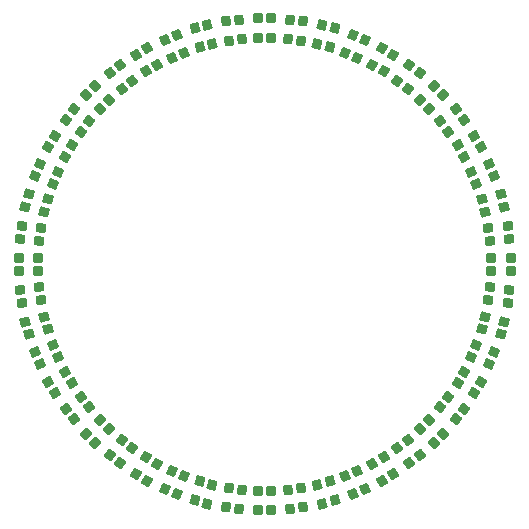
<source format=gtp>
G04*
G04 #@! TF.GenerationSoftware,Altium Limited,Altium Designer,21.9.2 (33)*
G04*
G04 Layer_Color=8421504*
%FSLAX25Y25*%
%MOIN*%
G70*
G04*
G04 #@! TF.SameCoordinates,A2EF98D1-1A14-4516-B8CD-8696FD8A9C0B*
G04*
G04*
G04 #@! TF.FilePolarity,Positive*
G04*
G01*
G75*
G04:AMPARAMS|DCode=12|XSize=33.47mil|YSize=31.5mil|CornerRadius=3.94mil|HoleSize=0mil|Usage=FLASHONLY|Rotation=270.000|XOffset=0mil|YOffset=0mil|HoleType=Round|Shape=RoundedRectangle|*
%AMROUNDEDRECTD12*
21,1,0.03347,0.02362,0,0,270.0*
21,1,0.02559,0.03150,0,0,270.0*
1,1,0.00787,-0.01181,-0.01280*
1,1,0.00787,-0.01181,0.01280*
1,1,0.00787,0.01181,0.01280*
1,1,0.00787,0.01181,-0.01280*
%
%ADD12ROUNDEDRECTD12*%
G04:AMPARAMS|DCode=13|XSize=33.47mil|YSize=31.5mil|CornerRadius=3.94mil|HoleSize=0mil|Usage=FLASHONLY|Rotation=292.500|XOffset=0mil|YOffset=0mil|HoleType=Round|Shape=RoundedRectangle|*
%AMROUNDEDRECTD13*
21,1,0.03347,0.02362,0,0,292.5*
21,1,0.02559,0.03150,0,0,292.5*
1,1,0.00787,-0.00602,-0.01634*
1,1,0.00787,-0.01581,0.00730*
1,1,0.00787,0.00602,0.01634*
1,1,0.00787,0.01581,-0.00730*
%
%ADD13ROUNDEDRECTD13*%
G04:AMPARAMS|DCode=14|XSize=33.47mil|YSize=31.5mil|CornerRadius=3.94mil|HoleSize=0mil|Usage=FLASHONLY|Rotation=300.000|XOffset=0mil|YOffset=0mil|HoleType=Round|Shape=RoundedRectangle|*
%AMROUNDEDRECTD14*
21,1,0.03347,0.02362,0,0,300.0*
21,1,0.02559,0.03150,0,0,300.0*
1,1,0.00787,-0.00383,-0.01699*
1,1,0.00787,-0.01663,0.00518*
1,1,0.00787,0.00383,0.01699*
1,1,0.00787,0.01663,-0.00518*
%
%ADD14ROUNDEDRECTD14*%
G04:AMPARAMS|DCode=15|XSize=33.47mil|YSize=31.5mil|CornerRadius=3.94mil|HoleSize=0mil|Usage=FLASHONLY|Rotation=307.500|XOffset=0mil|YOffset=0mil|HoleType=Round|Shape=RoundedRectangle|*
%AMROUNDEDRECTD15*
21,1,0.03347,0.02362,0,0,307.5*
21,1,0.02559,0.03150,0,0,307.5*
1,1,0.00787,-0.00158,-0.01734*
1,1,0.00787,-0.01716,0.00296*
1,1,0.00787,0.00158,0.01734*
1,1,0.00787,0.01716,-0.00296*
%
%ADD15ROUNDEDRECTD15*%
G04:AMPARAMS|DCode=16|XSize=33.47mil|YSize=31.5mil|CornerRadius=3.94mil|HoleSize=0mil|Usage=FLASHONLY|Rotation=315.000|XOffset=0mil|YOffset=0mil|HoleType=Round|Shape=RoundedRectangle|*
%AMROUNDEDRECTD16*
21,1,0.03347,0.02362,0,0,315.0*
21,1,0.02559,0.03150,0,0,315.0*
1,1,0.00787,0.00070,-0.01740*
1,1,0.00787,-0.01740,0.00070*
1,1,0.00787,-0.00070,0.01740*
1,1,0.00787,0.01740,-0.00070*
%
%ADD16ROUNDEDRECTD16*%
G04:AMPARAMS|DCode=17|XSize=33.47mil|YSize=31.5mil|CornerRadius=3.94mil|HoleSize=0mil|Usage=FLASHONLY|Rotation=322.500|XOffset=0mil|YOffset=0mil|HoleType=Round|Shape=RoundedRectangle|*
%AMROUNDEDRECTD17*
21,1,0.03347,0.02362,0,0,322.5*
21,1,0.02559,0.03150,0,0,322.5*
1,1,0.00787,0.00296,-0.01716*
1,1,0.00787,-0.01734,-0.00158*
1,1,0.00787,-0.00296,0.01716*
1,1,0.00787,0.01734,0.00158*
%
%ADD17ROUNDEDRECTD17*%
G04:AMPARAMS|DCode=18|XSize=33.47mil|YSize=31.5mil|CornerRadius=3.94mil|HoleSize=0mil|Usage=FLASHONLY|Rotation=330.000|XOffset=0mil|YOffset=0mil|HoleType=Round|Shape=RoundedRectangle|*
%AMROUNDEDRECTD18*
21,1,0.03347,0.02362,0,0,330.0*
21,1,0.02559,0.03150,0,0,330.0*
1,1,0.00787,0.00518,-0.01663*
1,1,0.00787,-0.01699,-0.00383*
1,1,0.00787,-0.00518,0.01663*
1,1,0.00787,0.01699,0.00383*
%
%ADD18ROUNDEDRECTD18*%
G04:AMPARAMS|DCode=19|XSize=33.47mil|YSize=31.5mil|CornerRadius=3.94mil|HoleSize=0mil|Usage=FLASHONLY|Rotation=337.500|XOffset=0mil|YOffset=0mil|HoleType=Round|Shape=RoundedRectangle|*
%AMROUNDEDRECTD19*
21,1,0.03347,0.02362,0,0,337.5*
21,1,0.02559,0.03150,0,0,337.5*
1,1,0.00787,0.00730,-0.01581*
1,1,0.00787,-0.01634,-0.00602*
1,1,0.00787,-0.00730,0.01581*
1,1,0.00787,0.01634,0.00602*
%
%ADD19ROUNDEDRECTD19*%
G04:AMPARAMS|DCode=20|XSize=33.47mil|YSize=31.5mil|CornerRadius=3.94mil|HoleSize=0mil|Usage=FLASHONLY|Rotation=345.000|XOffset=0mil|YOffset=0mil|HoleType=Round|Shape=RoundedRectangle|*
%AMROUNDEDRECTD20*
21,1,0.03347,0.02362,0,0,345.0*
21,1,0.02559,0.03150,0,0,345.0*
1,1,0.00787,0.00930,-0.01472*
1,1,0.00787,-0.01542,-0.00810*
1,1,0.00787,-0.00930,0.01472*
1,1,0.00787,0.01542,0.00810*
%
%ADD20ROUNDEDRECTD20*%
G04:AMPARAMS|DCode=21|XSize=33.47mil|YSize=31.5mil|CornerRadius=3.94mil|HoleSize=0mil|Usage=FLASHONLY|Rotation=352.500|XOffset=0mil|YOffset=0mil|HoleType=Round|Shape=RoundedRectangle|*
%AMROUNDEDRECTD21*
21,1,0.03347,0.02362,0,0,352.5*
21,1,0.02559,0.03150,0,0,352.5*
1,1,0.00787,0.01114,-0.01338*
1,1,0.00787,-0.01423,-0.01004*
1,1,0.00787,-0.01114,0.01338*
1,1,0.00787,0.01423,0.01004*
%
%ADD21ROUNDEDRECTD21*%
G04:AMPARAMS|DCode=22|XSize=33.47mil|YSize=31.5mil|CornerRadius=3.94mil|HoleSize=0mil|Usage=FLASHONLY|Rotation=0.000|XOffset=0mil|YOffset=0mil|HoleType=Round|Shape=RoundedRectangle|*
%AMROUNDEDRECTD22*
21,1,0.03347,0.02362,0,0,0.0*
21,1,0.02559,0.03150,0,0,0.0*
1,1,0.00787,0.01280,-0.01181*
1,1,0.00787,-0.01280,-0.01181*
1,1,0.00787,-0.01280,0.01181*
1,1,0.00787,0.01280,0.01181*
%
%ADD22ROUNDEDRECTD22*%
G04:AMPARAMS|DCode=23|XSize=33.47mil|YSize=31.5mil|CornerRadius=3.94mil|HoleSize=0mil|Usage=FLASHONLY|Rotation=7.500|XOffset=0mil|YOffset=0mil|HoleType=Round|Shape=RoundedRectangle|*
%AMROUNDEDRECTD23*
21,1,0.03347,0.02362,0,0,7.5*
21,1,0.02559,0.03150,0,0,7.5*
1,1,0.00787,0.01423,-0.01004*
1,1,0.00787,-0.01114,-0.01338*
1,1,0.00787,-0.01423,0.01004*
1,1,0.00787,0.01114,0.01338*
%
%ADD23ROUNDEDRECTD23*%
G04:AMPARAMS|DCode=24|XSize=33.47mil|YSize=31.5mil|CornerRadius=3.94mil|HoleSize=0mil|Usage=FLASHONLY|Rotation=15.000|XOffset=0mil|YOffset=0mil|HoleType=Round|Shape=RoundedRectangle|*
%AMROUNDEDRECTD24*
21,1,0.03347,0.02362,0,0,15.0*
21,1,0.02559,0.03150,0,0,15.0*
1,1,0.00787,0.01542,-0.00810*
1,1,0.00787,-0.00930,-0.01472*
1,1,0.00787,-0.01542,0.00810*
1,1,0.00787,0.00930,0.01472*
%
%ADD24ROUNDEDRECTD24*%
G04:AMPARAMS|DCode=25|XSize=33.47mil|YSize=31.5mil|CornerRadius=3.94mil|HoleSize=0mil|Usage=FLASHONLY|Rotation=22.500|XOffset=0mil|YOffset=0mil|HoleType=Round|Shape=RoundedRectangle|*
%AMROUNDEDRECTD25*
21,1,0.03347,0.02362,0,0,22.5*
21,1,0.02559,0.03150,0,0,22.5*
1,1,0.00787,0.01634,-0.00602*
1,1,0.00787,-0.00730,-0.01581*
1,1,0.00787,-0.01634,0.00602*
1,1,0.00787,0.00730,0.01581*
%
%ADD25ROUNDEDRECTD25*%
G04:AMPARAMS|DCode=26|XSize=33.47mil|YSize=31.5mil|CornerRadius=3.94mil|HoleSize=0mil|Usage=FLASHONLY|Rotation=30.000|XOffset=0mil|YOffset=0mil|HoleType=Round|Shape=RoundedRectangle|*
%AMROUNDEDRECTD26*
21,1,0.03347,0.02362,0,0,30.0*
21,1,0.02559,0.03150,0,0,30.0*
1,1,0.00787,0.01699,-0.00383*
1,1,0.00787,-0.00518,-0.01663*
1,1,0.00787,-0.01699,0.00383*
1,1,0.00787,0.00518,0.01663*
%
%ADD26ROUNDEDRECTD26*%
G04:AMPARAMS|DCode=27|XSize=33.47mil|YSize=31.5mil|CornerRadius=3.94mil|HoleSize=0mil|Usage=FLASHONLY|Rotation=37.500|XOffset=0mil|YOffset=0mil|HoleType=Round|Shape=RoundedRectangle|*
%AMROUNDEDRECTD27*
21,1,0.03347,0.02362,0,0,37.5*
21,1,0.02559,0.03150,0,0,37.5*
1,1,0.00787,0.01734,-0.00158*
1,1,0.00787,-0.00296,-0.01716*
1,1,0.00787,-0.01734,0.00158*
1,1,0.00787,0.00296,0.01716*
%
%ADD27ROUNDEDRECTD27*%
G04:AMPARAMS|DCode=28|XSize=33.47mil|YSize=31.5mil|CornerRadius=3.94mil|HoleSize=0mil|Usage=FLASHONLY|Rotation=45.000|XOffset=0mil|YOffset=0mil|HoleType=Round|Shape=RoundedRectangle|*
%AMROUNDEDRECTD28*
21,1,0.03347,0.02362,0,0,45.0*
21,1,0.02559,0.03150,0,0,45.0*
1,1,0.00787,0.01740,0.00070*
1,1,0.00787,-0.00070,-0.01740*
1,1,0.00787,-0.01740,-0.00070*
1,1,0.00787,0.00070,0.01740*
%
%ADD28ROUNDEDRECTD28*%
G04:AMPARAMS|DCode=29|XSize=33.47mil|YSize=31.5mil|CornerRadius=3.94mil|HoleSize=0mil|Usage=FLASHONLY|Rotation=52.500|XOffset=0mil|YOffset=0mil|HoleType=Round|Shape=RoundedRectangle|*
%AMROUNDEDRECTD29*
21,1,0.03347,0.02362,0,0,52.5*
21,1,0.02559,0.03150,0,0,52.5*
1,1,0.00787,0.01716,0.00296*
1,1,0.00787,0.00158,-0.01734*
1,1,0.00787,-0.01716,-0.00296*
1,1,0.00787,-0.00158,0.01734*
%
%ADD29ROUNDEDRECTD29*%
G04:AMPARAMS|DCode=30|XSize=33.47mil|YSize=31.5mil|CornerRadius=3.94mil|HoleSize=0mil|Usage=FLASHONLY|Rotation=60.000|XOffset=0mil|YOffset=0mil|HoleType=Round|Shape=RoundedRectangle|*
%AMROUNDEDRECTD30*
21,1,0.03347,0.02362,0,0,60.0*
21,1,0.02559,0.03150,0,0,60.0*
1,1,0.00787,0.01663,0.00518*
1,1,0.00787,0.00383,-0.01699*
1,1,0.00787,-0.01663,-0.00518*
1,1,0.00787,-0.00383,0.01699*
%
%ADD30ROUNDEDRECTD30*%
G04:AMPARAMS|DCode=31|XSize=33.47mil|YSize=31.5mil|CornerRadius=3.94mil|HoleSize=0mil|Usage=FLASHONLY|Rotation=67.500|XOffset=0mil|YOffset=0mil|HoleType=Round|Shape=RoundedRectangle|*
%AMROUNDEDRECTD31*
21,1,0.03347,0.02362,0,0,67.5*
21,1,0.02559,0.03150,0,0,67.5*
1,1,0.00787,0.01581,0.00730*
1,1,0.00787,0.00602,-0.01634*
1,1,0.00787,-0.01581,-0.00730*
1,1,0.00787,-0.00602,0.01634*
%
%ADD31ROUNDEDRECTD31*%
G04:AMPARAMS|DCode=32|XSize=33.47mil|YSize=31.5mil|CornerRadius=3.94mil|HoleSize=0mil|Usage=FLASHONLY|Rotation=75.000|XOffset=0mil|YOffset=0mil|HoleType=Round|Shape=RoundedRectangle|*
%AMROUNDEDRECTD32*
21,1,0.03347,0.02362,0,0,75.0*
21,1,0.02559,0.03150,0,0,75.0*
1,1,0.00787,0.01472,0.00930*
1,1,0.00787,0.00810,-0.01542*
1,1,0.00787,-0.01472,-0.00930*
1,1,0.00787,-0.00810,0.01542*
%
%ADD32ROUNDEDRECTD32*%
G04:AMPARAMS|DCode=33|XSize=33.47mil|YSize=31.5mil|CornerRadius=3.94mil|HoleSize=0mil|Usage=FLASHONLY|Rotation=82.500|XOffset=0mil|YOffset=0mil|HoleType=Round|Shape=RoundedRectangle|*
%AMROUNDEDRECTD33*
21,1,0.03347,0.02362,0,0,82.5*
21,1,0.02559,0.03150,0,0,82.5*
1,1,0.00787,0.01338,0.01114*
1,1,0.00787,0.01004,-0.01423*
1,1,0.00787,-0.01338,-0.01114*
1,1,0.00787,-0.01004,0.01423*
%
%ADD33ROUNDEDRECTD33*%
G04:AMPARAMS|DCode=34|XSize=33.47mil|YSize=31.5mil|CornerRadius=3.94mil|HoleSize=0mil|Usage=FLASHONLY|Rotation=97.500|XOffset=0mil|YOffset=0mil|HoleType=Round|Shape=RoundedRectangle|*
%AMROUNDEDRECTD34*
21,1,0.03347,0.02362,0,0,97.5*
21,1,0.02559,0.03150,0,0,97.5*
1,1,0.00787,0.01004,0.01423*
1,1,0.00787,0.01338,-0.01114*
1,1,0.00787,-0.01004,-0.01423*
1,1,0.00787,-0.01338,0.01114*
%
%ADD34ROUNDEDRECTD34*%
G04:AMPARAMS|DCode=35|XSize=33.47mil|YSize=31.5mil|CornerRadius=3.94mil|HoleSize=0mil|Usage=FLASHONLY|Rotation=105.000|XOffset=0mil|YOffset=0mil|HoleType=Round|Shape=RoundedRectangle|*
%AMROUNDEDRECTD35*
21,1,0.03347,0.02362,0,0,105.0*
21,1,0.02559,0.03150,0,0,105.0*
1,1,0.00787,0.00810,0.01542*
1,1,0.00787,0.01472,-0.00930*
1,1,0.00787,-0.00810,-0.01542*
1,1,0.00787,-0.01472,0.00930*
%
%ADD35ROUNDEDRECTD35*%
D12*
X2165Y-81988D02*
D03*
X-2165Y-81988D02*
D03*
X2165Y-75492D02*
D03*
X-2165D02*
D03*
X-2165Y81988D02*
D03*
X2165Y81988D02*
D03*
X-2165Y75492D02*
D03*
X2165D02*
D03*
D13*
X26889Y-70574D02*
D03*
X30890Y-68917D02*
D03*
X29375Y-76576D02*
D03*
X33376Y-74919D02*
D03*
X-26889Y70574D02*
D03*
X-30890Y68917D02*
D03*
X-29375Y76576D02*
D03*
X-33376Y74919D02*
D03*
D14*
X42869Y-69921D02*
D03*
X39119Y-72087D02*
D03*
X39621Y-64295D02*
D03*
X35871Y-66461D02*
D03*
X-42869Y69921D02*
D03*
X-39119Y72087D02*
D03*
X-39621Y64295D02*
D03*
X-35871Y66461D02*
D03*
D15*
X44239Y-61210D02*
D03*
X47675Y-58574D02*
D03*
X48193Y-66364D02*
D03*
X51629Y-63727D02*
D03*
X-44239Y61210D02*
D03*
X-47675Y58574D02*
D03*
X-48193Y66364D02*
D03*
X-51629Y63727D02*
D03*
D16*
X59505Y-56443D02*
D03*
X56443Y-59505D02*
D03*
X54912Y-51850D02*
D03*
X51850Y-54912D02*
D03*
X-59505Y56443D02*
D03*
X-56443Y59505D02*
D03*
X-54912Y51850D02*
D03*
X-51850Y54912D02*
D03*
D17*
X58574Y-47675D02*
D03*
X61210Y-44239D02*
D03*
X63727Y-51629D02*
D03*
X66364Y-48193D02*
D03*
X-58574Y47675D02*
D03*
X-61210Y44239D02*
D03*
X-63727Y51629D02*
D03*
X-66364Y48193D02*
D03*
D18*
X72087Y-39119D02*
D03*
X69921Y-42869D02*
D03*
X66461Y-35871D02*
D03*
X64295Y-39621D02*
D03*
X-72087Y39119D02*
D03*
X-69921Y42869D02*
D03*
X-66461Y35871D02*
D03*
X-64295Y39621D02*
D03*
D19*
X68917Y-30890D02*
D03*
X70574Y-26889D02*
D03*
X74919Y-33376D02*
D03*
X76576Y-29375D02*
D03*
X-68917Y30890D02*
D03*
X-70574Y26889D02*
D03*
X-74919Y33376D02*
D03*
X-76576Y29375D02*
D03*
D20*
X79755Y-19128D02*
D03*
X78634Y-23312D02*
D03*
X73480Y-17447D02*
D03*
X72359Y-21630D02*
D03*
X-79755Y19128D02*
D03*
X-78634Y23312D02*
D03*
X-73480Y17447D02*
D03*
X-72359Y21630D02*
D03*
D21*
X74564Y-12000D02*
D03*
X75129Y-7707D02*
D03*
X81004Y-12848D02*
D03*
X81569Y-8555D02*
D03*
X-74564Y12000D02*
D03*
X-75129Y7707D02*
D03*
X-81004Y12848D02*
D03*
X-81569Y8555D02*
D03*
D22*
X81988Y2165D02*
D03*
X81988Y-2165D02*
D03*
X75492Y2165D02*
D03*
Y-2165D02*
D03*
X-81988Y-2165D02*
D03*
X-81988Y2165D02*
D03*
X-75492Y-2165D02*
D03*
Y2165D02*
D03*
D23*
X75129Y7707D02*
D03*
X74564Y12000D02*
D03*
X81569Y8555D02*
D03*
X81004Y12848D02*
D03*
X-75129Y-7707D02*
D03*
X-74564Y-12000D02*
D03*
X-81569Y-8555D02*
D03*
X-81004Y-12848D02*
D03*
D24*
X78634Y23312D02*
D03*
X79755Y19128D02*
D03*
X72359Y21630D02*
D03*
X73480Y17447D02*
D03*
X-78634Y-23312D02*
D03*
X-79755Y-19128D02*
D03*
X-72359Y-21630D02*
D03*
X-73480Y-17447D02*
D03*
D25*
X70574Y26889D02*
D03*
X68917Y30890D02*
D03*
X76576Y29375D02*
D03*
X74919Y33376D02*
D03*
X-70574Y-26889D02*
D03*
X-68917Y-30890D02*
D03*
X-76576Y-29375D02*
D03*
X-74919Y-33376D02*
D03*
D26*
X69921Y42869D02*
D03*
X72087Y39119D02*
D03*
X64295Y39621D02*
D03*
X66461Y35871D02*
D03*
X-69921Y-42869D02*
D03*
X-72087Y-39119D02*
D03*
X-64295Y-39621D02*
D03*
X-66461Y-35871D02*
D03*
D27*
X61210Y44239D02*
D03*
X58574Y47675D02*
D03*
X66364Y48193D02*
D03*
X63727Y51629D02*
D03*
X-61210Y-44239D02*
D03*
X-58574Y-47675D02*
D03*
X-66364Y-48193D02*
D03*
X-63727Y-51629D02*
D03*
D28*
X56443Y59505D02*
D03*
X59505Y56443D02*
D03*
X51850Y54912D02*
D03*
X54912Y51850D02*
D03*
X-56443Y-59505D02*
D03*
X-59505Y-56443D02*
D03*
X-51850Y-54912D02*
D03*
X-54912Y-51850D02*
D03*
D29*
X47675Y58574D02*
D03*
X44239Y61210D02*
D03*
X51629Y63727D02*
D03*
X48193Y66364D02*
D03*
X-47675Y-58574D02*
D03*
X-44239Y-61210D02*
D03*
X-51629Y-63727D02*
D03*
X-48193Y-66364D02*
D03*
D30*
X39119Y72087D02*
D03*
X42869Y69921D02*
D03*
X35871Y66461D02*
D03*
X39621Y64295D02*
D03*
X-39119Y-72087D02*
D03*
X-42869Y-69921D02*
D03*
X-35871Y-66461D02*
D03*
X-39621Y-64295D02*
D03*
D31*
X30890Y68917D02*
D03*
X26889Y70574D02*
D03*
X33376Y74919D02*
D03*
X29375Y76576D02*
D03*
X-30890Y-68917D02*
D03*
X-26889Y-70574D02*
D03*
X-33376Y-74919D02*
D03*
X-29375Y-76576D02*
D03*
D32*
X19128Y79755D02*
D03*
X23312Y78634D02*
D03*
X17447Y73480D02*
D03*
X21630Y72359D02*
D03*
X-19128Y-79755D02*
D03*
X-23312Y-78634D02*
D03*
X-17447Y-73480D02*
D03*
X-21630Y-72359D02*
D03*
D33*
X12000Y74564D02*
D03*
X7707Y75129D02*
D03*
X12848Y81004D02*
D03*
X8555Y81569D02*
D03*
X-12000Y-74564D02*
D03*
X-7707Y-75129D02*
D03*
X-12848Y-81004D02*
D03*
X-8555Y-81569D02*
D03*
D34*
X-7707Y75129D02*
D03*
X-12000Y74564D02*
D03*
X-8555Y81569D02*
D03*
X-12848Y81004D02*
D03*
X12848Y-81004D02*
D03*
X8555Y-81569D02*
D03*
X12000Y-74564D02*
D03*
X7707Y-75129D02*
D03*
D35*
X-23312Y78634D02*
D03*
X-19128Y79755D02*
D03*
X-21630Y72359D02*
D03*
X-17447Y73480D02*
D03*
X17447Y-73480D02*
D03*
X21630Y-72359D02*
D03*
X19128Y-79755D02*
D03*
X23312Y-78634D02*
D03*
M02*

</source>
